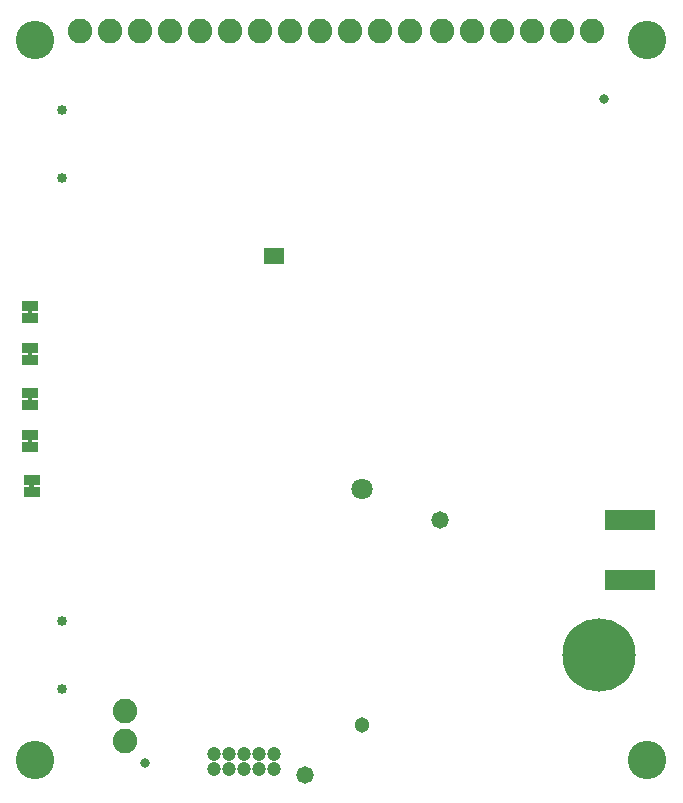
<source format=gbs>
G04 EAGLE Gerber RS-274X export*
G75*
%MOMM*%
%FSLAX34Y34*%
%LPD*%
%INSoldermask Bottom*%
%IPPOS*%
%AMOC8*
5,1,8,0,0,1.08239X$1,22.5*%
G01*
%ADD10C,0.853200*%
%ADD11C,0.838200*%
%ADD12C,2.082800*%
%ADD13C,6.203200*%
%ADD14C,1.303200*%
%ADD15C,1.803200*%
%ADD16R,1.473200X0.863600*%
%ADD17C,1.473200*%
%ADD18R,0.838200X1.473200*%
%ADD19C,3.251200*%
%ADD20C,1.203200*%
%ADD21R,4.203200X1.703200*%

G36*
X22290Y402602D02*
X22290Y402602D01*
X22356Y402604D01*
X22399Y402622D01*
X22446Y402630D01*
X22503Y402664D01*
X22563Y402689D01*
X22598Y402720D01*
X22639Y402745D01*
X22681Y402796D01*
X22729Y402840D01*
X22751Y402882D01*
X22780Y402919D01*
X22801Y402981D01*
X22832Y403040D01*
X22840Y403094D01*
X22852Y403131D01*
X22851Y403171D01*
X22859Y403225D01*
X22859Y407035D01*
X22848Y407100D01*
X22846Y407166D01*
X22828Y407209D01*
X22820Y407256D01*
X22786Y407313D01*
X22761Y407373D01*
X22730Y407408D01*
X22705Y407449D01*
X22654Y407491D01*
X22610Y407539D01*
X22568Y407561D01*
X22531Y407590D01*
X22469Y407611D01*
X22410Y407642D01*
X22356Y407650D01*
X22319Y407662D01*
X22279Y407661D01*
X22225Y407669D01*
X19685Y407669D01*
X19620Y407658D01*
X19554Y407656D01*
X19511Y407638D01*
X19464Y407630D01*
X19407Y407596D01*
X19347Y407571D01*
X19312Y407540D01*
X19271Y407515D01*
X19230Y407464D01*
X19181Y407420D01*
X19159Y407378D01*
X19130Y407341D01*
X19109Y407279D01*
X19078Y407220D01*
X19070Y407166D01*
X19058Y407129D01*
X19058Y407125D01*
X19058Y407124D01*
X19059Y407089D01*
X19051Y407035D01*
X19051Y403225D01*
X19062Y403160D01*
X19064Y403094D01*
X19082Y403051D01*
X19090Y403004D01*
X19124Y402947D01*
X19149Y402887D01*
X19180Y402852D01*
X19205Y402811D01*
X19256Y402770D01*
X19300Y402721D01*
X19342Y402699D01*
X19379Y402670D01*
X19441Y402649D01*
X19500Y402618D01*
X19554Y402610D01*
X19591Y402598D01*
X19631Y402599D01*
X19685Y402591D01*
X22225Y402591D01*
X22290Y402602D01*
G37*
G36*
X22290Y367042D02*
X22290Y367042D01*
X22356Y367044D01*
X22399Y367062D01*
X22446Y367070D01*
X22503Y367104D01*
X22563Y367129D01*
X22598Y367160D01*
X22639Y367185D01*
X22681Y367236D01*
X22729Y367280D01*
X22751Y367322D01*
X22780Y367359D01*
X22801Y367421D01*
X22832Y367480D01*
X22840Y367534D01*
X22852Y367571D01*
X22851Y367611D01*
X22859Y367665D01*
X22859Y371475D01*
X22848Y371540D01*
X22846Y371606D01*
X22828Y371649D01*
X22820Y371696D01*
X22786Y371753D01*
X22761Y371813D01*
X22730Y371848D01*
X22705Y371889D01*
X22654Y371931D01*
X22610Y371979D01*
X22568Y372001D01*
X22531Y372030D01*
X22469Y372051D01*
X22410Y372082D01*
X22356Y372090D01*
X22319Y372102D01*
X22279Y372101D01*
X22225Y372109D01*
X19685Y372109D01*
X19620Y372098D01*
X19554Y372096D01*
X19511Y372078D01*
X19464Y372070D01*
X19407Y372036D01*
X19347Y372011D01*
X19312Y371980D01*
X19271Y371955D01*
X19230Y371904D01*
X19181Y371860D01*
X19159Y371818D01*
X19130Y371781D01*
X19109Y371719D01*
X19078Y371660D01*
X19070Y371606D01*
X19058Y371569D01*
X19058Y371565D01*
X19058Y371564D01*
X19059Y371529D01*
X19051Y371475D01*
X19051Y367665D01*
X19062Y367600D01*
X19064Y367534D01*
X19082Y367491D01*
X19090Y367444D01*
X19124Y367387D01*
X19149Y367327D01*
X19180Y367292D01*
X19205Y367251D01*
X19256Y367210D01*
X19300Y367161D01*
X19342Y367139D01*
X19379Y367110D01*
X19441Y367089D01*
X19500Y367058D01*
X19554Y367050D01*
X19591Y367038D01*
X19631Y367039D01*
X19685Y367031D01*
X22225Y367031D01*
X22290Y367042D01*
G37*
G36*
X22290Y328942D02*
X22290Y328942D01*
X22356Y328944D01*
X22399Y328962D01*
X22446Y328970D01*
X22503Y329004D01*
X22563Y329029D01*
X22598Y329060D01*
X22639Y329085D01*
X22681Y329136D01*
X22729Y329180D01*
X22751Y329222D01*
X22780Y329259D01*
X22801Y329321D01*
X22832Y329380D01*
X22840Y329434D01*
X22852Y329471D01*
X22851Y329511D01*
X22859Y329565D01*
X22859Y333375D01*
X22848Y333440D01*
X22846Y333506D01*
X22828Y333549D01*
X22820Y333596D01*
X22786Y333653D01*
X22761Y333713D01*
X22730Y333748D01*
X22705Y333789D01*
X22654Y333831D01*
X22610Y333879D01*
X22568Y333901D01*
X22531Y333930D01*
X22469Y333951D01*
X22410Y333982D01*
X22356Y333990D01*
X22319Y334002D01*
X22279Y334001D01*
X22225Y334009D01*
X19685Y334009D01*
X19620Y333998D01*
X19554Y333996D01*
X19511Y333978D01*
X19464Y333970D01*
X19407Y333936D01*
X19347Y333911D01*
X19312Y333880D01*
X19271Y333855D01*
X19230Y333804D01*
X19181Y333760D01*
X19159Y333718D01*
X19130Y333681D01*
X19109Y333619D01*
X19078Y333560D01*
X19070Y333506D01*
X19058Y333469D01*
X19058Y333465D01*
X19058Y333464D01*
X19059Y333429D01*
X19051Y333375D01*
X19051Y329565D01*
X19062Y329500D01*
X19064Y329434D01*
X19082Y329391D01*
X19090Y329344D01*
X19124Y329287D01*
X19149Y329227D01*
X19180Y329192D01*
X19205Y329151D01*
X19256Y329110D01*
X19300Y329061D01*
X19342Y329039D01*
X19379Y329010D01*
X19441Y328989D01*
X19500Y328958D01*
X19554Y328950D01*
X19591Y328938D01*
X19631Y328939D01*
X19685Y328931D01*
X22225Y328931D01*
X22290Y328942D01*
G37*
G36*
X22290Y293382D02*
X22290Y293382D01*
X22356Y293384D01*
X22399Y293402D01*
X22446Y293410D01*
X22503Y293444D01*
X22563Y293469D01*
X22598Y293500D01*
X22639Y293525D01*
X22681Y293576D01*
X22729Y293620D01*
X22751Y293662D01*
X22780Y293699D01*
X22801Y293761D01*
X22832Y293820D01*
X22840Y293874D01*
X22852Y293911D01*
X22851Y293951D01*
X22859Y294005D01*
X22859Y297815D01*
X22848Y297880D01*
X22846Y297946D01*
X22828Y297989D01*
X22820Y298036D01*
X22786Y298093D01*
X22761Y298153D01*
X22730Y298188D01*
X22705Y298229D01*
X22654Y298271D01*
X22610Y298319D01*
X22568Y298341D01*
X22531Y298370D01*
X22469Y298391D01*
X22410Y298422D01*
X22356Y298430D01*
X22319Y298442D01*
X22279Y298441D01*
X22225Y298449D01*
X19685Y298449D01*
X19620Y298438D01*
X19554Y298436D01*
X19511Y298418D01*
X19464Y298410D01*
X19407Y298376D01*
X19347Y298351D01*
X19312Y298320D01*
X19271Y298295D01*
X19230Y298244D01*
X19181Y298200D01*
X19159Y298158D01*
X19130Y298121D01*
X19109Y298059D01*
X19078Y298000D01*
X19070Y297946D01*
X19058Y297909D01*
X19058Y297905D01*
X19058Y297904D01*
X19059Y297869D01*
X19051Y297815D01*
X19051Y294005D01*
X19062Y293940D01*
X19064Y293874D01*
X19082Y293831D01*
X19090Y293784D01*
X19124Y293727D01*
X19149Y293667D01*
X19180Y293632D01*
X19205Y293591D01*
X19256Y293550D01*
X19300Y293501D01*
X19342Y293479D01*
X19379Y293450D01*
X19441Y293429D01*
X19500Y293398D01*
X19554Y293390D01*
X19591Y293378D01*
X19631Y293379D01*
X19685Y293371D01*
X22225Y293371D01*
X22290Y293382D01*
G37*
G36*
X23560Y255282D02*
X23560Y255282D01*
X23626Y255284D01*
X23669Y255302D01*
X23716Y255310D01*
X23773Y255344D01*
X23833Y255369D01*
X23868Y255400D01*
X23909Y255425D01*
X23951Y255476D01*
X23999Y255520D01*
X24021Y255562D01*
X24050Y255599D01*
X24071Y255661D01*
X24102Y255720D01*
X24110Y255774D01*
X24122Y255811D01*
X24121Y255851D01*
X24129Y255905D01*
X24129Y259715D01*
X24118Y259780D01*
X24116Y259846D01*
X24098Y259889D01*
X24090Y259936D01*
X24056Y259993D01*
X24031Y260053D01*
X24000Y260088D01*
X23975Y260129D01*
X23924Y260171D01*
X23880Y260219D01*
X23838Y260241D01*
X23801Y260270D01*
X23739Y260291D01*
X23680Y260322D01*
X23626Y260330D01*
X23589Y260342D01*
X23549Y260341D01*
X23495Y260349D01*
X20955Y260349D01*
X20890Y260338D01*
X20824Y260336D01*
X20781Y260318D01*
X20734Y260310D01*
X20677Y260276D01*
X20617Y260251D01*
X20582Y260220D01*
X20541Y260195D01*
X20500Y260144D01*
X20451Y260100D01*
X20429Y260058D01*
X20400Y260021D01*
X20379Y259959D01*
X20348Y259900D01*
X20340Y259846D01*
X20328Y259809D01*
X20328Y259805D01*
X20328Y259804D01*
X20329Y259769D01*
X20321Y259715D01*
X20321Y255905D01*
X20332Y255840D01*
X20334Y255774D01*
X20352Y255731D01*
X20360Y255684D01*
X20394Y255627D01*
X20419Y255567D01*
X20450Y255532D01*
X20475Y255491D01*
X20526Y255450D01*
X20570Y255401D01*
X20612Y255379D01*
X20649Y255350D01*
X20711Y255329D01*
X20770Y255298D01*
X20824Y255290D01*
X20861Y255278D01*
X20901Y255279D01*
X20955Y255271D01*
X23495Y255271D01*
X23560Y255282D01*
G37*
D10*
X47780Y143200D03*
X47780Y85400D03*
D11*
X118110Y22860D03*
D12*
X101600Y67310D03*
X101600Y41910D03*
D13*
X502158Y114808D03*
D14*
X302260Y54940D03*
D15*
X302260Y254940D03*
D16*
X22225Y252603D03*
X22225Y263017D03*
X20955Y290703D03*
X20955Y301117D03*
D17*
X368300Y228600D03*
X254000Y12700D03*
D10*
X47780Y576270D03*
X47780Y518470D03*
D16*
X20955Y336677D03*
X20955Y326263D03*
X20955Y410337D03*
X20955Y399923D03*
X20955Y374777D03*
X20955Y364363D03*
D18*
X231571Y452190D03*
X223443Y452190D03*
D12*
X369570Y642874D03*
X394970Y642874D03*
X420370Y642874D03*
X445770Y642874D03*
X471170Y642874D03*
X496570Y642874D03*
X63500Y642620D03*
X88900Y642620D03*
X114300Y642620D03*
X139700Y642620D03*
X165100Y642620D03*
X190500Y642620D03*
X215900Y642620D03*
X241300Y642620D03*
X266700Y642620D03*
X292100Y642620D03*
X317500Y642620D03*
X342900Y642620D03*
D11*
X506730Y585470D03*
D19*
X25400Y635000D03*
X543560Y635000D03*
X25400Y25400D03*
X543560Y25400D03*
D20*
X189230Y17780D03*
X201930Y17780D03*
X214630Y17780D03*
X227330Y17780D03*
X176530Y17780D03*
X189230Y30480D03*
X201930Y30480D03*
X214630Y30480D03*
X227330Y30480D03*
X176530Y30480D03*
D21*
X529082Y228600D03*
X529082Y177800D03*
M02*

</source>
